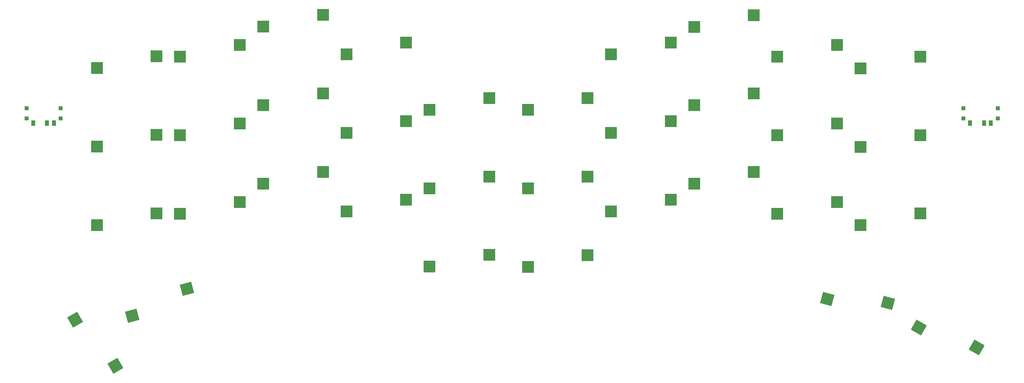
<source format=gbr>
%TF.GenerationSoftware,KiCad,Pcbnew,(6.0.11)*%
%TF.CreationDate,2023-02-07T21:41:21-05:00*%
%TF.ProjectId,main,6d61696e-2e6b-4696-9361-645f70636258,rev?*%
%TF.SameCoordinates,Original*%
%TF.FileFunction,Paste,Bot*%
%TF.FilePolarity,Positive*%
%FSLAX46Y46*%
G04 Gerber Fmt 4.6, Leading zero omitted, Abs format (unit mm)*
G04 Created by KiCad (PCBNEW (6.0.11)) date 2023-02-07 21:41:21*
%MOMM*%
%LPD*%
G01*
G04 APERTURE LIST*
G04 Aperture macros list*
%AMRotRect*
0 Rectangle, with rotation*
0 The origin of the aperture is its center*
0 $1 length*
0 $2 width*
0 $3 Rotation angle, in degrees counterclockwise*
0 Add horizontal line*
21,1,$1,$2,0,0,$3*%
G04 Aperture macros list end*
%ADD10RotRect,2.550000X2.500000X195.000000*%
%ADD11RotRect,2.550000X2.500000X120.000000*%
%ADD12R,2.550000X2.500000*%
%ADD13RotRect,2.550000X2.500000X150.000000*%
%ADD14RotRect,2.550000X2.500000X165.000000*%
%ADD15R,0.900000X0.900000*%
%ADD16R,0.900000X1.250000*%
G04 APERTURE END LIST*
D10*
%TO.C,SW34*%
X69511815Y-120201481D03*
X81340938Y-114402276D03*
%TD*%
D11*
%TO.C,SW33*%
X57132105Y-121094310D03*
X65795309Y-131019420D03*
%TD*%
D12*
%TO.C,SW32*%
X133826900Y-109582000D03*
X146753900Y-107042000D03*
%TD*%
%TO.C,SW31*%
X115826800Y-97582000D03*
X128753800Y-95042000D03*
%TD*%
%TO.C,SW30*%
X97826900Y-91581500D03*
X110753900Y-89041500D03*
%TD*%
%TO.C,SW29*%
X79827900Y-98081500D03*
X92754900Y-95541500D03*
%TD*%
%TO.C,SW28*%
X61826800Y-100581500D03*
X74753800Y-98041500D03*
%TD*%
%TO.C,SW27*%
X133826900Y-92582000D03*
X146753900Y-90042000D03*
%TD*%
%TO.C,SW26*%
X115826800Y-80582000D03*
X128753800Y-78042000D03*
%TD*%
%TO.C,SW25*%
X97826900Y-74581500D03*
X110753900Y-72041500D03*
%TD*%
%TO.C,SW24*%
X79827900Y-81081500D03*
X92754900Y-78541500D03*
%TD*%
%TO.C,SW23*%
X61826900Y-83581500D03*
X74753900Y-81041500D03*
%TD*%
%TO.C,SW22*%
X133826900Y-75582000D03*
X146753900Y-73042000D03*
%TD*%
%TO.C,SW21*%
X115826900Y-63582000D03*
X128753900Y-61042000D03*
%TD*%
%TO.C,SW20*%
X97826900Y-57581500D03*
X110753900Y-55041500D03*
%TD*%
%TO.C,SW19*%
X79827800Y-64081500D03*
X92754800Y-61541500D03*
%TD*%
%TO.C,SW18*%
X61826900Y-66581500D03*
X74753900Y-64041500D03*
%TD*%
D13*
%TO.C,SW17*%
X239768710Y-122789795D03*
X252233820Y-127053591D03*
%TD*%
D14*
%TO.C,SW16*%
X219910416Y-116565915D03*
X233054339Y-117458218D03*
%TD*%
D12*
%TO.C,SW15*%
X227112600Y-100613400D03*
X240039600Y-98073400D03*
%TD*%
%TO.C,SW14*%
X209111600Y-98113400D03*
X222038600Y-95573400D03*
%TD*%
%TO.C,SW13*%
X191112600Y-91613400D03*
X204039600Y-89073400D03*
%TD*%
%TO.C,SW12*%
X173112600Y-97613900D03*
X186039600Y-95073900D03*
%TD*%
%TO.C,SW11*%
X155112600Y-109613900D03*
X168039600Y-107073900D03*
%TD*%
%TO.C,SW10*%
X227112600Y-83613400D03*
X240039600Y-81073400D03*
%TD*%
%TO.C,SW9*%
X209111600Y-81113400D03*
X222038600Y-78573400D03*
%TD*%
%TO.C,SW8*%
X191112600Y-74613400D03*
X204039600Y-72073400D03*
%TD*%
%TO.C,SW7*%
X173112600Y-80613900D03*
X186039600Y-78073900D03*
%TD*%
%TO.C,SW6*%
X155112600Y-92613900D03*
X168039600Y-90073900D03*
%TD*%
%TO.C,SW5*%
X227112600Y-66613400D03*
X240039600Y-64073400D03*
%TD*%
%TO.C,SW4*%
X209111600Y-64113400D03*
X222038600Y-61573400D03*
%TD*%
%TO.C,SW3*%
X191112600Y-57613400D03*
X204039600Y-55073400D03*
%TD*%
%TO.C,SW2*%
X173112600Y-63613900D03*
X186039600Y-61073900D03*
%TD*%
%TO.C,SW1*%
X155112600Y-75613900D03*
X168039600Y-73073900D03*
%TD*%
D15*
%TO.C,SW_POWER1*%
X46582800Y-75287600D03*
X53982800Y-77487600D03*
X46582800Y-77487600D03*
X53982800Y-75287600D03*
D16*
X48032800Y-78462600D03*
X51032800Y-78462600D03*
X52532800Y-78462600D03*
%TD*%
D15*
%TO.C,SW_POWER0*%
X256801800Y-75287600D03*
X256801800Y-77487600D03*
X249401800Y-77487600D03*
X249401800Y-75287600D03*
D16*
X250851800Y-78462600D03*
X253851800Y-78462600D03*
X255351800Y-78462600D03*
%TD*%
M02*

</source>
